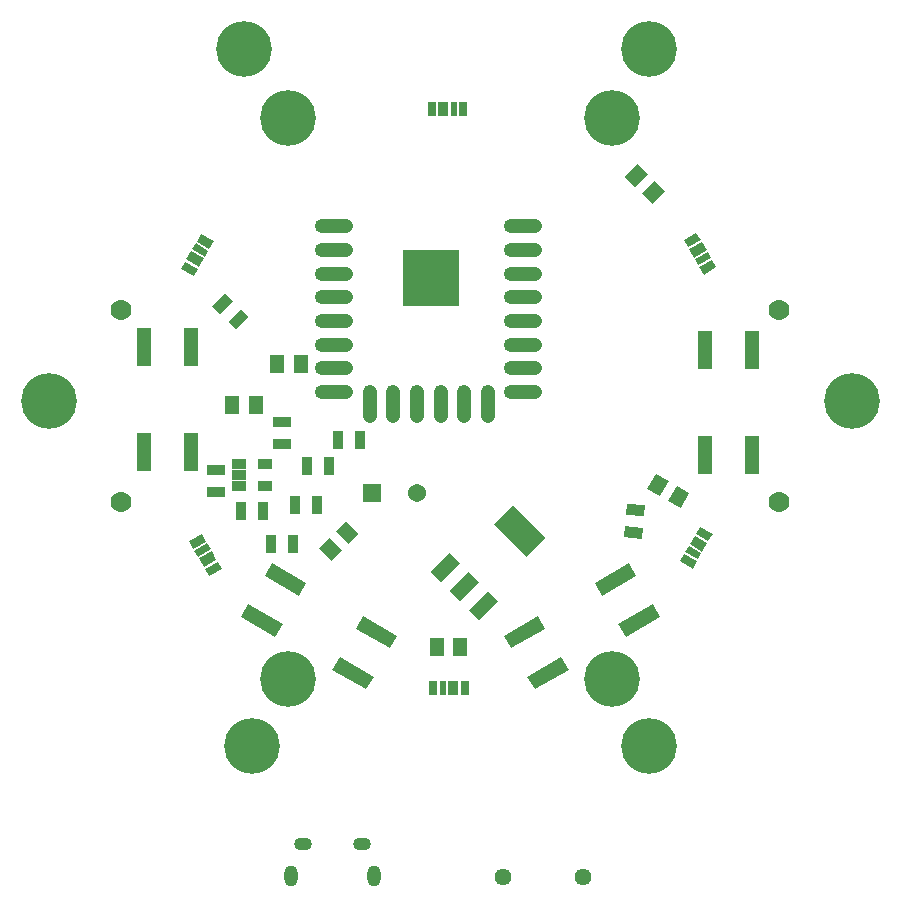
<source format=gts>
G04 #@! TF.FileFunction,Soldermask,Top*
%FSLAX46Y46*%
G04 Gerber Fmt 4.6, Leading zero omitted, Abs format (unit mm)*
G04 Created by KiCad (PCBNEW 4.0.2+dfsg1-stable) date Sun 09 Sep 2018 01:37:12 AM EDT*
%MOMM*%
G01*
G04 APERTURE LIST*
%ADD10C,0.100000*%
%ADD11O,3.240000X1.240000*%
%ADD12O,1.240000X3.240000*%
%ADD13R,1.240000X1.490000*%
%ADD14R,0.940000X1.540000*%
%ADD15R,1.540000X0.940000*%
%ADD16R,1.240000X3.340000*%
%ADD17O,1.140000X1.800000*%
%ADD18O,1.490000X1.090000*%
%ADD19C,1.440000*%
%ADD20R,0.690000X1.240000*%
%ADD21R,0.840000X1.240000*%
%ADD22R,0.590000X1.240000*%
%ADD23R,0.740000X1.240000*%
%ADD24R,1.300000X0.890000*%
%ADD25R,1.540000X1.540000*%
%ADD26C,1.540000*%
%ADD27C,1.764000*%
%ADD28C,4.710400*%
%ADD29R,4.710400X4.710400*%
G04 APERTURE END LIST*
D10*
D11*
X76836000Y-40434000D03*
X76836000Y-42434000D03*
X76836000Y-44434000D03*
X76836000Y-46434000D03*
X76836000Y-48434000D03*
X76836000Y-50434000D03*
X76836000Y-52434000D03*
X76836000Y-54434000D03*
D12*
X79836000Y-55434000D03*
X81836000Y-55434000D03*
X83836000Y-55434000D03*
X85836000Y-55434000D03*
X87836000Y-55434000D03*
X89836000Y-55434000D03*
D11*
X92836000Y-54434000D03*
X92836000Y-52434000D03*
X92836000Y-50434000D03*
X92836000Y-48434000D03*
X92836000Y-46434000D03*
X92836000Y-44434000D03*
X92836000Y-42434000D03*
X92836000Y-40434000D03*
D10*
G36*
X103344539Y-62665189D02*
X104089539Y-61374811D01*
X105163411Y-61994811D01*
X104418411Y-63285189D01*
X103344539Y-62665189D01*
X103344539Y-62665189D01*
G37*
G36*
X105076589Y-63665189D02*
X105821589Y-62374811D01*
X106895461Y-62994811D01*
X106150461Y-64285189D01*
X105076589Y-63665189D01*
X105076589Y-63665189D01*
G37*
G36*
X76597281Y-68728308D02*
X75543692Y-67674719D01*
X76420505Y-66797906D01*
X77474094Y-67851495D01*
X76597281Y-68728308D01*
X76597281Y-68728308D01*
G37*
G36*
X78011495Y-67314094D02*
X76957906Y-66260505D01*
X77834719Y-65383692D01*
X78888308Y-66437281D01*
X78011495Y-67314094D01*
X78011495Y-67314094D01*
G37*
D13*
X70170000Y-55550000D03*
X68170000Y-55550000D03*
D10*
G36*
X69578563Y-48069619D02*
X68489619Y-49158563D01*
X67824939Y-48493883D01*
X68913883Y-47404939D01*
X69578563Y-48069619D01*
X69578563Y-48069619D01*
G37*
G36*
X68235061Y-46726117D02*
X67146117Y-47815061D01*
X66481437Y-47150381D01*
X67570381Y-46061437D01*
X68235061Y-46726117D01*
X68235061Y-46726117D01*
G37*
G36*
X101591691Y-63923294D02*
X103125831Y-64057513D01*
X103043905Y-64993936D01*
X101509765Y-64859717D01*
X101591691Y-63923294D01*
X101591691Y-63923294D01*
G37*
G36*
X101426095Y-65816064D02*
X102960235Y-65950283D01*
X102878309Y-66886706D01*
X101344169Y-66752487D01*
X101426095Y-65816064D01*
X101426095Y-65816064D01*
G37*
D14*
X73472000Y-64008000D03*
X75372000Y-64008000D03*
X71440000Y-67310000D03*
X73340000Y-67310000D03*
X68900000Y-64516000D03*
X70800000Y-64516000D03*
X74488000Y-60706000D03*
X76388000Y-60706000D03*
D15*
X72390000Y-56962000D03*
X72390000Y-58862000D03*
X66802000Y-62926000D03*
X66802000Y-61026000D03*
D10*
G36*
X103784405Y-72427615D02*
X104404405Y-73501487D01*
X101511881Y-75171487D01*
X100891881Y-74097615D01*
X103784405Y-72427615D01*
X103784405Y-72427615D01*
G37*
G36*
X101784405Y-68963513D02*
X102404405Y-70037385D01*
X99511881Y-71707385D01*
X98891881Y-70633513D01*
X101784405Y-68963513D01*
X101784405Y-68963513D01*
G37*
G36*
X94068119Y-73418513D02*
X94688119Y-74492385D01*
X91795595Y-76162385D01*
X91175595Y-75088513D01*
X94068119Y-73418513D01*
X94068119Y-73418513D01*
G37*
G36*
X96068119Y-76882615D02*
X96688119Y-77956487D01*
X93795595Y-79626487D01*
X93175595Y-78552615D01*
X96068119Y-76882615D01*
X96068119Y-76882615D01*
G37*
D16*
X64738000Y-50663000D03*
X60738000Y-50663000D03*
X60738000Y-59573000D03*
X64738000Y-59573000D03*
X108236000Y-59827000D03*
X112236000Y-59827000D03*
X112236000Y-50917000D03*
X108236000Y-50917000D03*
D10*
G36*
X80179405Y-78552615D02*
X79559405Y-79626487D01*
X76666881Y-77956487D01*
X77286881Y-76882615D01*
X80179405Y-78552615D01*
X80179405Y-78552615D01*
G37*
G36*
X82179405Y-75088513D02*
X81559405Y-76162385D01*
X78666881Y-74492385D01*
X79286881Y-73418513D01*
X82179405Y-75088513D01*
X82179405Y-75088513D01*
G37*
G36*
X74463119Y-70633513D02*
X73843119Y-71707385D01*
X70950595Y-70037385D01*
X71570595Y-68963513D01*
X74463119Y-70633513D01*
X74463119Y-70633513D01*
G37*
G36*
X72463119Y-74097615D02*
X71843119Y-75171487D01*
X68950595Y-73501487D01*
X69570595Y-72427615D01*
X72463119Y-74097615D01*
X72463119Y-74097615D01*
G37*
D17*
X73208000Y-95410000D03*
X80208000Y-95410000D03*
D18*
X74208000Y-92710000D03*
X79208000Y-92710000D03*
D19*
X97888000Y-95510000D03*
X91088000Y-95510000D03*
D20*
X85085000Y-30472000D03*
D21*
X86060000Y-30472000D03*
D22*
X86935000Y-30472000D03*
D23*
X87760000Y-30472000D03*
D10*
G36*
X106424051Y-41575039D02*
X107497923Y-40955039D01*
X107842923Y-41552597D01*
X106769051Y-42172597D01*
X106424051Y-41575039D01*
X106424051Y-41575039D01*
G37*
G36*
X106874051Y-42354461D02*
X107947923Y-41734461D01*
X108367923Y-42461923D01*
X107294051Y-43081923D01*
X106874051Y-42354461D01*
X106874051Y-42354461D01*
G37*
G36*
X107374051Y-43220488D02*
X108447923Y-42600488D01*
X108742923Y-43111442D01*
X107669051Y-43731442D01*
X107374051Y-43220488D01*
X107374051Y-43220488D01*
G37*
G36*
X107749051Y-43870007D02*
X108822923Y-43250007D01*
X109192923Y-43890865D01*
X108119051Y-44510865D01*
X107749051Y-43870007D01*
X107749051Y-43870007D01*
G37*
G36*
X107790051Y-65855039D02*
X108863923Y-66475039D01*
X108518923Y-67072597D01*
X107445051Y-66452597D01*
X107790051Y-65855039D01*
X107790051Y-65855039D01*
G37*
G36*
X107340051Y-66634461D02*
X108413923Y-67254461D01*
X107993923Y-67981923D01*
X106920051Y-67361923D01*
X107340051Y-66634461D01*
X107340051Y-66634461D01*
G37*
G36*
X106840051Y-67500488D02*
X107913923Y-68120488D01*
X107618923Y-68631442D01*
X106545051Y-68011442D01*
X106840051Y-67500488D01*
X106840051Y-67500488D01*
G37*
G36*
X106465051Y-68150007D02*
X107538923Y-68770007D01*
X107168923Y-69410865D01*
X106095051Y-68790865D01*
X106465051Y-68150007D01*
X106465051Y-68150007D01*
G37*
D20*
X87889000Y-79510000D03*
D21*
X86914000Y-79510000D03*
D22*
X86039000Y-79510000D03*
D23*
X85214000Y-79510000D03*
D10*
G36*
X67311949Y-69422961D02*
X66238077Y-70042961D01*
X65893077Y-69445403D01*
X66966949Y-68825403D01*
X67311949Y-69422961D01*
X67311949Y-69422961D01*
G37*
G36*
X66861949Y-68643539D02*
X65788077Y-69263539D01*
X65368077Y-68536077D01*
X66441949Y-67916077D01*
X66861949Y-68643539D01*
X66861949Y-68643539D01*
G37*
G36*
X66361949Y-67777512D02*
X65288077Y-68397512D01*
X64993077Y-67886558D01*
X66066949Y-67266558D01*
X66361949Y-67777512D01*
X66361949Y-67777512D01*
G37*
G36*
X65986949Y-67127993D02*
X64913077Y-67747993D01*
X64543077Y-67107135D01*
X65616949Y-66487135D01*
X65986949Y-67127993D01*
X65986949Y-67127993D01*
G37*
G36*
X64929949Y-44634961D02*
X63856077Y-44014961D01*
X64201077Y-43417403D01*
X65274949Y-44037403D01*
X64929949Y-44634961D01*
X64929949Y-44634961D01*
G37*
G36*
X65379949Y-43855539D02*
X64306077Y-43235539D01*
X64726077Y-42508077D01*
X65799949Y-43128077D01*
X65379949Y-43855539D01*
X65379949Y-43855539D01*
G37*
G36*
X65879949Y-42989512D02*
X64806077Y-42369512D01*
X65101077Y-41858558D01*
X66174949Y-42478558D01*
X65879949Y-42989512D01*
X65879949Y-42989512D01*
G37*
G36*
X66254949Y-42339993D02*
X65181077Y-41719993D01*
X65551077Y-41079135D01*
X66624949Y-41699135D01*
X66254949Y-42339993D01*
X66254949Y-42339993D01*
G37*
D24*
X68750000Y-60518000D03*
X68750000Y-61468000D03*
X68750000Y-62418000D03*
X70950000Y-62418000D03*
X70950000Y-60518000D03*
D10*
G36*
X90323584Y-65670397D02*
X91930131Y-64063850D01*
X94686150Y-66819869D01*
X93079603Y-68426416D01*
X90323584Y-65670397D01*
X90323584Y-65670397D01*
G37*
G36*
X86587797Y-71274077D02*
X88194343Y-69667531D01*
X89082469Y-70555657D01*
X87475923Y-72162203D01*
X86587797Y-71274077D01*
X86587797Y-71274077D01*
G37*
G36*
X88204244Y-72890523D02*
X89810790Y-71283977D01*
X90698916Y-72172103D01*
X89092370Y-73778649D01*
X88204244Y-72890523D01*
X88204244Y-72890523D01*
G37*
G36*
X84971351Y-69657630D02*
X86577897Y-68051084D01*
X87466023Y-68939210D01*
X85859477Y-70545756D01*
X84971351Y-69657630D01*
X84971351Y-69657630D01*
G37*
D25*
X80010000Y-62992000D03*
D26*
X83810000Y-62992000D03*
D10*
G36*
X104796308Y-37448719D02*
X103742719Y-38502308D01*
X102865906Y-37625495D01*
X103919495Y-36571906D01*
X104796308Y-37448719D01*
X104796308Y-37448719D01*
G37*
G36*
X103382094Y-36034505D02*
X102328505Y-37088094D01*
X101451692Y-36211281D01*
X102505281Y-35157692D01*
X103382094Y-36034505D01*
X103382094Y-36034505D01*
G37*
D27*
X114464000Y-47498000D03*
X58764000Y-47498000D03*
X58764000Y-63754000D03*
X114464000Y-63754000D03*
D28*
X72898000Y-31242000D03*
X72898000Y-78740000D03*
X100330000Y-78740000D03*
X100330000Y-31242000D03*
D13*
X74025000Y-52070000D03*
X72025000Y-52070000D03*
D28*
X103505000Y-84455000D03*
X52705000Y-55245000D03*
X120650000Y-55245000D03*
X69850000Y-84455000D03*
X69215000Y-25400000D03*
X103505000Y-25400000D03*
D29*
X85050000Y-44760000D03*
D13*
X87500000Y-76020000D03*
X85500000Y-76020000D03*
D14*
X77140000Y-58480000D03*
X79040000Y-58480000D03*
M02*

</source>
